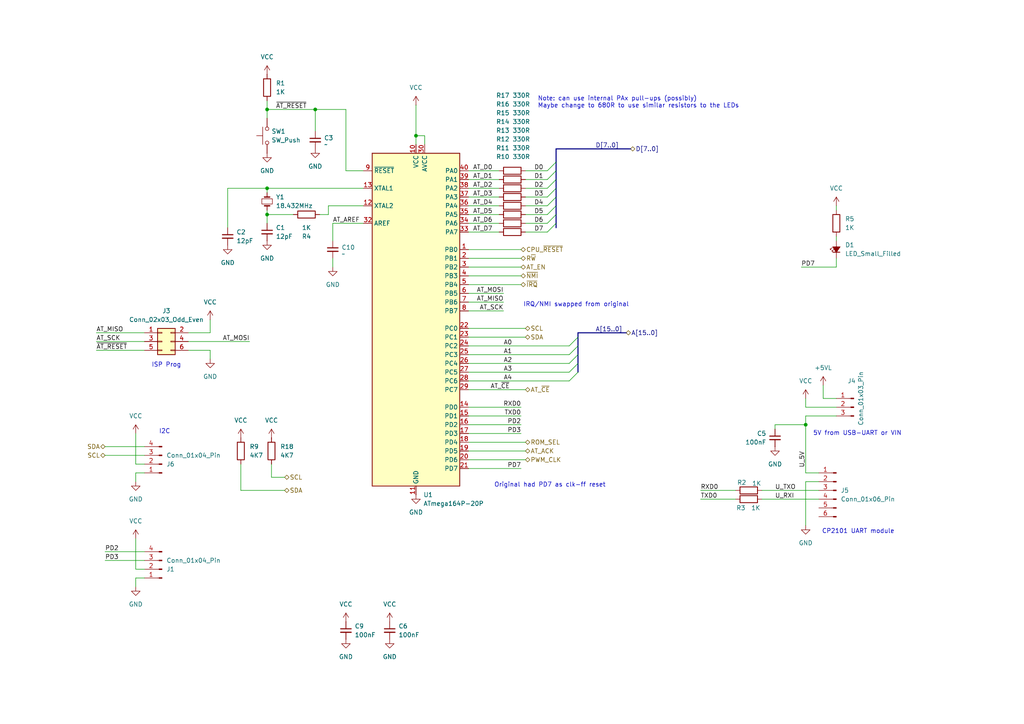
<source format=kicad_sch>
(kicad_sch (version 20250114) (generator "eeschema") (generator_version "9.0")
  (paper "A4")
  (title_block (title "6502 ATTY1") (date "2025-12-16") (rev "2") (comment 1 "© 2025 Ben Dooks"))
  (lib_symbols
    (symbol "Connector:Conn_01x03_Pin" (pin_names (offset 1.016) (hide yes))
      (property "Reference" "J" (at 0 5.08 0))
      (property "Value" "Conn_01x03_Pin" (at 0 -5.08 0))
      (symbol "Conn_01x03_Pin_1_1"
        (rectangle (start 0.8636 2.667) (end 0 2.413) (stroke (width 0.1524)) (fill (type outline)))
        (rectangle (start 0.8636 0.127) (end 0 -0.127) (stroke (width 0.1524)) (fill (type outline)))
        (rectangle (start 0.8636 -2.413) (end 0 -2.667) (stroke (width 0.1524)) (fill (type outline)))
        (polyline (pts (xy 1.27 2.54) (xy 0.8636 2.54)) (stroke (width 0.1524)))
        (polyline (pts (xy 1.27 0) (xy 0.8636 0)) (stroke (width 0.1524)))
        (polyline (pts (xy 1.27 -2.54) (xy 0.8636 -2.54)) (stroke (width 0.1524)))
        (pin passive line (at 5.08 2.54 180) (length 3.81) (name "Pin_1") (number "1"))
        (pin passive line (at 5.08 0 180) (length 3.81) (name "Pin_2") (number "2"))
        (pin passive line (at 5.08 -2.54 180) (length 3.81) (name "Pin_3") (number "3"))
      )
    )
    (symbol "Connector:Conn_01x04_Pin" (pin_names (offset 1.016) (hide yes))
      (property "Reference" "J" (at 0 5.08 0))
      (property "Value" "Conn_01x04_Pin" (at 0 -7.62 0))
      (symbol "Conn_01x04_Pin_1_1"
        (rectangle (start 0.8636 2.667) (end 0 2.413) (stroke (width 0.1524)) (fill (type outline)))
        (rectangle (start 0.8636 0.127) (end 0 -0.127) (stroke (width 0.1524)) (fill (type outline)))
        (rectangle (start 0.8636 -2.413) (end 0 -2.667) (stroke (width 0.1524)) (fill (type outline)))
        (rectangle (start 0.8636 -4.953) (end 0 -5.207) (stroke (width 0.1524)) (fill (type outline)))
        (polyline (pts (xy 1.27 2.54) (xy 0.8636 2.54)) (stroke (width 0.1524)))
        (polyline (pts (xy 1.27 0) (xy 0.8636 0)) (stroke (width 0.1524)))
        (polyline (pts (xy 1.27 -2.54) (xy 0.8636 -2.54)) (stroke (width 0.1524)))
        (polyline (pts (xy 1.27 -5.08) (xy 0.8636 -5.08)) (stroke (width 0.1524)))
        (pin passive line (at 5.08 2.54 180) (length 3.81) (name "Pin_1") (number "1"))
        (pin passive line (at 5.08 0 180) (length 3.81) (name "Pin_2") (number "2"))
        (pin passive line (at 5.08 -2.54 180) (length 3.81) (name "Pin_3") (number "3"))
        (pin passive line (at 5.08 -5.08 180) (length 3.81) (name "Pin_4") (number "4"))
      )
    )
    (symbol "Connector:Conn_01x06_Pin" (pin_names (offset 1.016) (hide yes))
      (property "Reference" "J" (at 0 7.62 0))
      (property "Value" "Conn_01x06_Pin" (at 0 -10.16 0))
      (symbol "Conn_01x06_Pin_1_1"
        (rectangle (start 0.8636 5.207) (end 0 4.953) (stroke (width 0.1524)) (fill (type outline)))
        (rectangle (start 0.8636 2.667) (end 0 2.413) (stroke (width 0.1524)) (fill (type outline)))
        (rectangle (start 0.8636 0.127) (end 0 -0.127) (stroke (width 0.1524)) (fill (type outline)))
        (rectangle (start 0.8636 -2.413) (end 0 -2.667) (stroke (width 0.1524)) (fill (type outline)))
        (rectangle (start 0.8636 -4.953) (end 0 -5.207) (stroke (width 0.1524)) (fill (type outline)))
        (rectangle (start 0.8636 -7.493) (end 0 -7.747) (stroke (width 0.1524)) (fill (type outline)))
        (polyline (pts (xy 1.27 5.08) (xy 0.8636 5.08)) (stroke (width 0.1524)))
        (polyline (pts (xy 1.27 2.54) (xy 0.8636 2.54)) (stroke (width 0.1524)))
        (polyline (pts (xy 1.27 0) (xy 0.8636 0)) (stroke (width 0.1524)))
        (polyline (pts (xy 1.27 -2.54) (xy 0.8636 -2.54)) (stroke (width 0.1524)))
        (polyline (pts (xy 1.27 -5.08) (xy 0.8636 -5.08)) (stroke (width 0.1524)))
        (polyline (pts (xy 1.27 -7.62) (xy 0.8636 -7.62)) (stroke (width 0.1524)))
        (pin passive line (at 5.08 5.08 180) (length 3.81) (name "Pin_1") (number "1"))
        (pin passive line (at 5.08 2.54 180) (length 3.81) (name "Pin_2") (number "2"))
        (pin passive line (at 5.08 0 180) (length 3.81) (name "Pin_3") (number "3"))
        (pin passive line (at 5.08 -2.54 180) (length 3.81) (name "Pin_4") (number "4"))
        (pin passive line (at 5.08 -5.08 180) (length 3.81) (name "Pin_5") (number "5"))
        (pin passive line (at 5.08 -7.62 180) (length 3.81) (name "Pin_6") (number "6"))
      )
    )
    (symbol "Connector_Generic:Conn_02x03_Odd_Even" (pin_names (offset 1.016) (hide yes))
      (property "Reference" "J" (at 1.27 5.08 0))
      (property "Value" "Conn_02x03_Odd_Even" (at 1.27 -5.08 0))
      (symbol "Conn_02x03_Odd_Even_1_1"
        (rectangle (start -1.27 3.81) (end 3.81 -3.81) (stroke (width 0.254)) (fill (type background)))
        (rectangle (start -1.27 2.667) (end 0 2.413) (stroke (width 0.1524)))
        (rectangle (start -1.27 0.127) (end 0 -0.127) (stroke (width 0.1524)))
        (rectangle (start -1.27 -2.413) (end 0 -2.667) (stroke (width 0.1524)))
        (rectangle (start 3.81 2.667) (end 2.54 2.413) (stroke (width 0.1524)))
        (rectangle (start 3.81 0.127) (end 2.54 -0.127) (stroke (width 0.1524)))
        (rectangle (start 3.81 -2.413) (end 2.54 -2.667) (stroke (width 0.1524)))
        (pin passive line (at -5.08 2.54 0) (length 3.81) (name "Pin_1") (number "1"))
        (pin passive line (at -5.08 0 0) (length 3.81) (name "Pin_3") (number "3"))
        (pin passive line (at -5.08 -2.54 0) (length 3.81) (name "Pin_5") (number "5"))
        (pin passive line (at 7.62 2.54 180) (length 3.81) (name "Pin_2") (number "2"))
        (pin passive line (at 7.62 0 180) (length 3.81) (name "Pin_4") (number "4"))
        (pin passive line (at 7.62 -2.54 180) (length 3.81) (name "Pin_6") (number "6"))
      )
    )
    (symbol "Device:C_Small" (pin_numbers (hide yes)) (pin_names (offset 0.254) (hide yes))
      (property "Reference" "C" (at 0.254 1.778 0))
      (property "Value" "C_Small" (at 0.254 -2.032 0))
      (symbol "C_Small_0_1"
        (polyline (pts (xy -1.524 0.508) (xy 1.524 0.508)) (stroke (width 0.3048)))
        (polyline (pts (xy -1.524 -0.508) (xy 1.524 -0.508)) (stroke (width 0.3302)))
      )
      (symbol "C_Small_1_1"
        (pin passive line (at 0 2.54 270) (length 2.032) (name "~") (number "1"))
        (pin passive line (at 0 -2.54 90) (length 2.032) (name "~") (number "2"))
      )
    )
    (symbol "Device:Crystal_Small" (pin_numbers (hide yes)) (pin_names (offset 1.016) (hide yes))
      (property "Reference" "Y" (at 0 2.54 0))
      (property "Value" "Crystal_Small" (at 0 -2.54 0))
      (symbol "Crystal_Small_0_1"
        (polyline (pts (xy -1.27 -0.762) (xy -1.27 0.762)) (stroke (width 0.381)))
        (rectangle (start -0.762 -1.524) (end 0.762 1.524))
        (polyline (pts (xy 1.27 -0.762) (xy 1.27 0.762)) (stroke (width 0.381)))
      )
      (symbol "Crystal_Small_1_1"
        (pin passive line (at -2.54 0 0) (length 1.27) (name "1") (number "1"))
        (pin passive line (at 2.54 0 180) (length 1.27) (name "2") (number "2"))
      )
    )
    (symbol "Device:LED_Small_Filled" (pin_numbers (hide yes)) (pin_names (offset 0.254) (hide yes))
      (property "Reference" "D" (at -1.27 3.175 0))
      (property "Value" "LED_Small_Filled" (at -4.445 -2.54 0))
      (symbol "LED_Small_Filled_0_1"
        (polyline (pts (xy -0.762 -1.016) (xy -0.762 1.016)) (stroke (width 0.254)))
        (polyline (pts (xy 0 0.762) (xy -0.508 1.27) (xy -0.254 1.27) (xy -0.508 1.27) (xy -0.508 1.016)))
        (polyline (pts (xy 0.508 1.27) (xy 0 1.778) (xy 0.254 1.778) (xy 0 1.778) (xy 0 1.524)))
        (polyline (pts (xy 0.762 -1.016) (xy -0.762 0) (xy 0.762 1.016) (xy 0.762 -1.016)) (stroke (width 0.254)) (fill (type outline)))
        (polyline (pts (xy 1.016 0) (xy -0.762 0)))
      )
      (symbol "LED_Small_Filled_1_1"
        (pin passive line (at -2.54 0 0) (length 1.778) (name "K") (number "1"))
        (pin passive line (at 2.54 0 180) (length 1.778) (name "A") (number "2"))
      )
    )
    (symbol "Device:R" (pin_numbers (hide yes)) (pin_names (offset 0))
      (property "Reference" "R" (at 2.032 0 90))
      (property "Value" "R" (at 0 0 90))
      (symbol "R_0_1"
        (rectangle (start -1.016 -2.54) (end 1.016 2.54) (stroke (width 0.254)))
      )
      (symbol "R_1_1"
        (pin passive line (at 0 3.81 270) (length 1.27) (name "~") (number "1"))
        (pin passive line (at 0 -3.81 90) (length 1.27) (name "~") (number "2"))
      )
    )
    (symbol "MCU_Microchip_ATmega:ATmega164P-20P"
      (property "Reference" "U" (at -12.7 49.53 0))
      (property "Value" "ATmega164P-20P" (at 2.54 -49.53 0))
      (symbol "ATmega164P-20P_0_1"
        (rectangle (start -12.7 -48.26) (end 12.7 48.26) (stroke (width 0.254)) (fill (type background)))
      )
      (symbol "ATmega164P-20P_1_1"
        (pin input line (at -15.24 43.18 0) (length 2.54) (name "~{RESET}") (number "9"))
        (pin input line (at -15.24 38.1 0) (length 2.54) (name "XTAL1") (number "13"))
        (pin output line (at -15.24 33.02 0) (length 2.54) (name "XTAL2") (number "12"))
        (pin passive line (at -15.24 27.94 0) (length 2.54) (name "AREF") (number "32"))
        (pin power_in line (at 0 50.8 270) (length 2.54) (name "VCC") (number "10"))
        (pin power_in line (at 0 -50.8 90) (length 2.54) (name "GND") (number "11"))
        (pin passive line (at 0 -50.8 90) (length 2.54) (hide yes) (name "GND") (number "31"))
        (pin power_in line (at 2.54 50.8 270) (length 2.54) (name "AVCC") (number "30"))
        (pin bidirectional line (at 15.24 43.18 180) (length 2.54) (name "PA0") (number "40"))
        (pin bidirectional line (at 15.24 40.64 180) (length 2.54) (name "PA1") (number "39"))
        (pin bidirectional line (at 15.24 38.1 180) (length 2.54) (name "PA2") (number "38"))
        (pin bidirectional line (at 15.24 35.56 180) (length 2.54) (name "PA3") (number "37"))
        (pin bidirectional line (at 15.24 33.02 180) (length 2.54) (name "PA4") (number "36"))
        (pin bidirectional line (at 15.24 30.48 180) (length 2.54) (name "PA5") (number "35"))
        (pin bidirectional line (at 15.24 27.94 180) (length 2.54) (name "PA6") (number "34"))
        (pin bidirectional line (at 15.24 25.4 180) (length 2.54) (name "PA7") (number "33"))
        (pin bidirectional line (at 15.24 20.32 180) (length 2.54) (name "PB0") (number "1"))
        (pin bidirectional line (at 15.24 17.78 180) (length 2.54) (name "PB1") (number "2"))
        (pin bidirectional line (at 15.24 15.24 180) (length 2.54) (name "PB2") (number "3"))
        (pin bidirectional line (at 15.24 12.7 180) (length 2.54) (name "PB3") (number "4"))
        (pin bidirectional line (at 15.24 10.16 180) (length 2.54) (name "PB4") (number "5"))
        (pin bidirectional line (at 15.24 7.62 180) (length 2.54) (name "PB5") (number "6"))
        (pin bidirectional line (at 15.24 5.08 180) (length 2.54) (name "PB6") (number "7"))
        (pin bidirectional line (at 15.24 2.54 180) (length 2.54) (name "PB7") (number "8"))
        (pin bidirectional line (at 15.24 -2.54 180) (length 2.54) (name "PC0") (number "22"))
        (pin bidirectional line (at 15.24 -5.08 180) (length 2.54) (name "PC1") (number "23"))
        (pin bidirectional line (at 15.24 -7.62 180) (length 2.54) (name "PC2") (number "24"))
        (pin bidirectional line (at 15.24 -10.16 180) (length 2.54) (name "PC3") (number "25"))
        (pin bidirectional line (at 15.24 -12.7 180) (length 2.54) (name "PC4") (number "26"))
        (pin bidirectional line (at 15.24 -15.24 180) (length 2.54) (name "PC5") (number "27"))
        (pin bidirectional line (at 15.24 -17.78 180) (length 2.54) (name "PC6") (number "28"))
        (pin bidirectional line (at 15.24 -20.32 180) (length 2.54) (name "PC7") (number "29"))
        (pin bidirectional line (at 15.24 -25.4 180) (length 2.54) (name "PD0") (number "14"))
        (pin bidirectional line (at 15.24 -27.94 180) (length 2.54) (name "PD1") (number "15"))
        (pin bidirectional line (at 15.24 -30.48 180) (length 2.54) (name "PD2") (number "16"))
        (pin bidirectional line (at 15.24 -33.02 180) (length 2.54) (name "PD3") (number "17"))
        (pin bidirectional line (at 15.24 -35.56 180) (length 2.54) (name "PD4") (number "18"))
        (pin bidirectional line (at 15.24 -38.1 180) (length 2.54) (name "PD5") (number "19"))
        (pin bidirectional line (at 15.24 -40.64 180) (length 2.54) (name "PD6") (number "20"))
        (pin bidirectional line (at 15.24 -43.18 180) (length 2.54) (name "PD7") (number "21"))
      )
    )
    (symbol "Switch:SW_Push" (pin_numbers (hide yes)) (pin_names (offset 1.016) (hide yes))
      (property "Reference" "SW" (at 1.27 2.54 0))
      (property "Value" "SW_Push" (at 0 -1.524 0))
      (symbol "SW_Push_0_1"
        (circle (center -2.032 0) (radius 0.508))
        (polyline (pts (xy 0 1.27) (xy 0 3.048)))
        (circle (center 2.032 0) (radius 0.508))
        (polyline (pts (xy 2.54 1.27) (xy -2.54 1.27)))
        (pin passive line (at -5.08 0 0) (length 2.54) (name "1") (number "1"))
        (pin passive line (at 5.08 0 180) (length 2.54) (name "2") (number "2"))
      )
    )
    (symbol "power:+5VL" (power) (pin_numbers (hide yes)) (pin_names (offset 0) (hide yes))
      (property "Value" "+5VL" (at 0 3.556 0))
      (symbol "+5VL_0_1"
        (polyline (pts (xy -0.762 1.27) (xy 0 2.54)))
        (polyline (pts (xy 0 2.54) (xy 0.762 1.27)))
        (polyline (pts (xy 0 0) (xy 0 2.54)))
      )
      (symbol "+5VL_1_1"
        (pin power_in line (at 0 0 90) (length 0) (name "~") (number "1"))
      )
    )
    (symbol "power:GND" (power) (pin_numbers (hide yes)) (pin_names (offset 0) (hide yes))
      (property "Value" "GND" (at 0 -3.81 0))
      (symbol "GND_0_1"
        (polyline (pts (xy 0 0) (xy 0 -1.27) (xy 1.27 -1.27) (xy 0 -2.54) (xy -1.27 -1.27) (xy 0 -1.27)))
      )
      (symbol "GND_1_1"
        (pin power_in line (at 0 0 270) (length 0) (name "~") (number "1"))
      )
    )
    (symbol "power:VCC" (power) (pin_numbers (hide yes)) (pin_names (offset 0) (hide yes))
      (property "Value" "VCC" (at 0 3.556 0))
      (symbol "VCC_0_1"
        (polyline (pts (xy -0.762 1.27) (xy 0 2.54)))
        (polyline (pts (xy 0 2.54) (xy 0.762 1.27)))
        (polyline (pts (xy 0 0) (xy 0 2.54)))
      )
      (symbol "VCC_1_1"
        (pin power_in line (at 0 0 90) (length 0) (name "~") (number "1"))
      )
    )
  )
  (text "ISP Prog" (at 48.26 105.918 0) (effects (font (size 1.27 1.27))))
  (text "I2C\n" (at 47.752 125.222 0) (effects (font (size 1.27 1.27))))
  (text "5V from USB-UART or VIN" (at 248.666 125.73 0) (effects (font (size 1.27 1.27))))
  (text "Original had PD7 as clk-ff reset" (at 159.512 140.716 0) (effects (font (size 1.27 1.27))))
  (text "IRQ/NMI swapped from original\n" (at 167.132 88.392 0) (effects (font (size 1.27 1.27))))
  (text "Note: can use internal PAx pull-ups (possibly)\nMaybe change to 680R to use similar resistors to the LEDs" (at 155.956 29.718 0) (effects (font (size 1.27 1.27)) (justify left)))
  (text "CP2101 UART module" (at 248.92 154.178 0) (effects (font (size 1.27 1.27))))
  (junction (at 120.65 39.37))
  (junction (at 77.47 62.23))
  (junction (at 91.44 31.75))
  (junction (at 77.47 54.61))
  (junction (at 77.47 31.75))
  (junction (at 233.68 123.19))
  (bus_entry (at 161.29 62.23) (size -2.54 2.54))
  (bus_entry (at 161.29 57.15) (size -2.54 2.54))
  (bus_entry (at 161.29 59.69) (size -2.54 2.54))
  (bus_entry (at 161.29 52.07) (size -2.54 2.54))
  (bus_entry (at 161.29 64.77) (size -2.54 2.54))
  (bus_entry (at 167.64 107.95) (size -2.54 2.54))
  (bus_entry (at 167.64 97.79) (size -2.54 2.54))
  (bus_entry (at 167.64 102.87) (size -2.54 2.54))
  (bus_entry (at 161.29 54.61) (size -2.54 2.54))
  (bus_entry (at 167.64 100.33) (size -2.54 2.54))
  (bus_entry (at 161.29 49.53) (size -2.54 2.54))
  (bus_entry (at 161.29 46.99) (size -2.54 2.54))
  (bus_entry (at 167.64 105.41) (size -2.54 2.54))
  (wire (pts (xy 105.41 59.69) (xy 95.25 59.69)))
  (wire (pts (xy 100.33 49.53) (xy 100.33 31.75)))
  (wire (pts (xy 96.52 64.77) (xy 96.52 69.85)))
  (wire (pts (xy 135.89 135.89) (xy 151.13 135.89)))
  (wire (pts (xy 77.47 54.61) (xy 66.04 54.61)))
  (wire (pts (xy 135.89 62.23) (xy 144.78 62.23)))
  (wire (pts (xy 233.68 123.19) (xy 233.68 137.16)))
  (wire (pts (xy 135.89 67.31) (xy 144.78 67.31)))
  (wire (pts (xy 135.89 97.79) (xy 152.4 97.79)))
  (wire (pts (xy 135.89 49.53) (xy 144.78 49.53)))
  (wire (pts (xy 41.91 137.16) (xy 39.37 137.16)))
  (wire (pts (xy 135.89 102.87) (xy 165.1 102.87)))
  (wire (pts (xy 135.89 128.27) (xy 152.4 128.27)))
  (wire (pts (xy 60.96 96.52) (xy 54.61 96.52)))
  (wire (pts (xy 242.57 115.57) (xy 238.76 115.57)))
  (wire (pts (xy 123.19 41.91) (xy 123.19 39.37)))
  (wire (pts (xy 39.37 165.1) (xy 39.37 156.21)))
  (wire (pts (xy 135.89 123.19) (xy 151.13 123.19)))
  (wire (pts (xy 242.57 59.69) (xy 242.57 60.96)))
  (wire (pts (xy 41.91 167.64) (xy 39.37 167.64)))
  (wire (pts (xy 242.57 68.58) (xy 242.57 69.85)))
  (wire (pts (xy 39.37 167.64) (xy 39.37 170.18)))
  (wire (pts (xy 105.41 54.61) (xy 77.47 54.61)))
  (wire (pts (xy 120.65 39.37) (xy 120.65 41.91)))
  (wire (pts (xy 152.4 59.69) (xy 158.75 59.69)))
  (wire (pts (xy 135.89 95.25) (xy 152.4 95.25)))
  (wire (pts (xy 135.89 110.49) (xy 165.1 110.49)))
  (wire (pts (xy 39.37 134.62) (xy 39.37 125.73)))
  (wire (pts (xy 135.89 133.35) (xy 152.4 133.35)))
  (wire (pts (xy 152.4 54.61) (xy 158.75 54.61)))
  (wire (pts (xy 78.74 138.43) (xy 78.74 134.62)))
  (wire (pts (xy 27.94 99.06) (xy 41.91 99.06)))
  (wire (pts (xy 123.19 39.37) (xy 120.65 39.37)))
  (wire (pts (xy 152.4 62.23) (xy 158.75 62.23)))
  (wire (pts (xy 220.98 144.78) (xy 237.49 144.78)))
  (wire (pts (xy 105.41 64.77) (xy 96.52 64.77)))
  (wire (pts (xy 242.57 118.11) (xy 233.68 118.11)))
  (wire (pts (xy 91.44 31.75) (xy 100.33 31.75)))
  (wire (pts (xy 41.91 165.1) (xy 39.37 165.1)))
  (bus (pts (xy 167.64 96.52) (xy 167.64 97.79)))
  (wire (pts (xy 152.4 57.15) (xy 158.75 57.15)))
  (wire (pts (xy 135.89 120.65) (xy 151.13 120.65)))
  (wire (pts (xy 135.89 82.55) (xy 151.13 82.55)))
  (bus (pts (xy 161.29 43.18) (xy 182.88 43.18)))
  (wire (pts (xy 82.55 138.43) (xy 78.74 138.43)))
  (wire (pts (xy 135.89 85.09) (xy 146.05 85.09)))
  (wire (pts (xy 152.4 67.31) (xy 158.75 67.31)))
  (wire (pts (xy 135.89 54.61) (xy 144.78 54.61)))
  (wire (pts (xy 242.57 120.65) (xy 233.68 120.65)))
  (bus (pts (xy 161.29 46.99) (xy 161.29 49.53)))
  (wire (pts (xy 233.68 123.19) (xy 224.79 123.19)))
  (wire (pts (xy 30.48 162.56) (xy 41.91 162.56)))
  (bus (pts (xy 167.64 96.52) (xy 181.61 96.52)))
  (wire (pts (xy 135.89 80.01) (xy 151.13 80.01)))
  (wire (pts (xy 135.89 105.41) (xy 165.1 105.41)))
  (wire (pts (xy 60.96 92.71) (xy 60.96 96.52)))
  (wire (pts (xy 82.55 142.24) (xy 69.85 142.24)))
  (wire (pts (xy 203.2 142.24) (xy 213.36 142.24)))
  (wire (pts (xy 66.04 54.61) (xy 66.04 66.04)))
  (bus (pts (xy 161.29 62.23) (xy 161.29 64.77)))
  (bus (pts (xy 161.29 64.77) (xy 161.29 66.04)))
  (wire (pts (xy 233.68 139.7) (xy 233.68 152.4)))
  (wire (pts (xy 100.33 49.53) (xy 105.41 49.53)))
  (bus (pts (xy 161.29 52.07) (xy 161.29 54.61)))
  (bus (pts (xy 161.29 57.15) (xy 161.29 59.69)))
  (wire (pts (xy 41.91 134.62) (xy 39.37 134.62)))
  (wire (pts (xy 135.89 107.95) (xy 165.1 107.95)))
  (wire (pts (xy 135.89 57.15) (xy 144.78 57.15)))
  (wire (pts (xy 30.48 129.54) (xy 41.91 129.54)))
  (bus (pts (xy 167.64 100.33) (xy 167.64 102.87)))
  (wire (pts (xy 135.89 100.33) (xy 165.1 100.33)))
  (wire (pts (xy 233.68 120.65) (xy 233.68 123.19)))
  (wire (pts (xy 96.52 74.93) (xy 96.52 77.47)))
  (wire (pts (xy 135.89 77.47) (xy 151.13 77.47)))
  (wire (pts (xy 54.61 99.06) (xy 72.39 99.06)))
  (wire (pts (xy 135.89 64.77) (xy 144.78 64.77)))
  (wire (pts (xy 144.78 59.69) (xy 135.89 59.69)))
  (wire (pts (xy 232.41 77.47) (xy 242.57 77.47)))
  (wire (pts (xy 30.48 132.08) (xy 41.91 132.08)))
  (wire (pts (xy 135.89 90.17) (xy 146.05 90.17)))
  (wire (pts (xy 233.68 115.57) (xy 233.68 118.11)))
  (wire (pts (xy 120.65 30.48) (xy 120.65 39.37)))
  (wire (pts (xy 77.47 60.96) (xy 77.47 62.23)))
  (wire (pts (xy 54.61 101.6) (xy 60.96 101.6)))
  (bus (pts (xy 161.29 54.61) (xy 161.29 57.15)))
  (wire (pts (xy 27.94 101.6) (xy 41.91 101.6)))
  (wire (pts (xy 92.71 62.23) (xy 95.25 62.23)))
  (wire (pts (xy 135.89 87.63) (xy 146.05 87.63)))
  (wire (pts (xy 152.4 64.77) (xy 158.75 64.77)))
  (wire (pts (xy 237.49 139.7) (xy 233.68 139.7)))
  (wire (pts (xy 27.94 96.52) (xy 41.91 96.52)))
  (wire (pts (xy 60.96 101.6) (xy 60.96 104.14)))
  (bus (pts (xy 161.29 43.18) (xy 161.29 46.99)))
  (wire (pts (xy 135.89 113.03) (xy 152.4 113.03)))
  (wire (pts (xy 152.4 52.07) (xy 158.75 52.07)))
  (wire (pts (xy 77.47 62.23) (xy 77.47 64.77)))
  (bus (pts (xy 161.29 49.53) (xy 161.29 52.07)))
  (bus (pts (xy 161.29 59.69) (xy 161.29 62.23)))
  (wire (pts (xy 135.89 72.39) (xy 151.13 72.39)))
  (wire (pts (xy 135.89 52.07) (xy 144.78 52.07)))
  (wire (pts (xy 77.47 31.75) (xy 77.47 34.29)))
  (wire (pts (xy 77.47 54.61) (xy 77.47 55.88)))
  (wire (pts (xy 135.89 118.11) (xy 151.13 118.11)))
  (wire (pts (xy 39.37 137.16) (xy 39.37 139.7)))
  (wire (pts (xy 242.57 74.93) (xy 242.57 77.47)))
  (wire (pts (xy 69.85 142.24) (xy 69.85 134.62)))
  (bus (pts (xy 167.64 97.79) (xy 167.64 100.33)))
  (bus (pts (xy 167.64 105.41) (xy 167.64 107.95)))
  (wire (pts (xy 30.48 160.02) (xy 41.91 160.02)))
  (wire (pts (xy 77.47 31.75) (xy 91.44 31.75)))
  (wire (pts (xy 77.47 31.75) (xy 77.47 29.21)))
  (wire (pts (xy 95.25 59.69) (xy 95.25 62.23)))
  (wire (pts (xy 135.89 125.73) (xy 151.13 125.73)))
  (wire (pts (xy 152.4 49.53) (xy 158.75 49.53)))
  (wire (pts (xy 135.89 130.81) (xy 152.4 130.81)))
  (wire (pts (xy 220.98 142.24) (xy 237.49 142.24)))
  (wire (pts (xy 224.79 123.19) (xy 224.79 124.46)))
  (bus (pts (xy 167.64 102.87) (xy 167.64 105.41)))
  (wire (pts (xy 135.89 74.93) (xy 151.13 74.93)))
  (wire (pts (xy 77.47 62.23) (xy 85.09 62.23)))
  (wire (pts (xy 91.44 31.75) (xy 91.44 38.1)))
  (wire (pts (xy 238.76 115.57) (xy 238.76 111.76)))
  (wire (pts (xy 203.2 144.78) (xy 213.36 144.78)))
  (wire (pts (xy 237.49 137.16) (xy 233.68 137.16)))
  (label "AT_D1" (at 137.16 52.07 0))
  (label "D5" (at 154.94 62.23 0))
  (label "AT_MOSI" (at 72.39 99.06 180))
  (label "PD7" (at 232.41 77.47 0))
  (label "PD2" (at 151.13 123.19 180))
  (label "PD3" (at 30.48 162.56 0))
  (label "AT_D0" (at 137.16 49.53 0))
  (label "A0" (at 146.05 100.33 0))
  (label "A2" (at 146.05 105.41 0))
  (label "TXD0" (at 151.13 120.65 180))
  (label "PD2" (at 30.48 160.02 0))
  (label "AT_MISO" (at 146.05 87.63 180))
  (label "D3" (at 154.94 57.15 0))
  (label "U_5V" (at 233.68 130.81 270))
  (label "AT_~{CE}" (at 142.24 113.03 0))
  (label "AT_D7" (at 137.16 67.31 0))
  (label "A[15..0]" (at 172.72 96.52 0))
  (label "A1" (at 146.05 102.87 0))
  (label "AT_SCK" (at 146.05 90.17 180))
  (label "A3" (at 146.05 107.95 0))
  (label "AT_MOSI" (at 146.05 85.09 180))
  (label "RXD0" (at 151.13 118.11 180))
  (label "TXD0" (at 203.2 144.78 0))
  (label "D0" (at 154.94 49.53 0))
  (label "~{AT_RESET}" (at 80.01 31.75 0))
  (label "D2" (at 154.94 54.61 0))
  (label "U_TXO" (at 224.79 142.24 0))
  (label "D7" (at 154.94 67.31 0))
  (label "PD3" (at 151.13 125.73 180))
  (label "D1" (at 154.94 52.07 0))
  (label "D[7..0]" (at 172.72 43.18 0))
  (label "D4" (at 154.94 59.69 0))
  (label "AT_D2" (at 137.16 54.61 0))
  (label "A4" (at 146.05 110.49 0))
  (label "AT_MISO" (at 27.94 96.52 0))
  (label "U_RXI" (at 224.79 144.78 0))
  (label "AT_SCK" (at 27.94 99.06 0))
  (label "RXD0" (at 203.2 142.24 0))
  (label "D6" (at 154.94 64.77 0))
  (label "AT_AREF" (at 96.52 64.77 0))
  (label "~{AT_RESET}" (at 27.94 101.6 0))
  (label "AT_D3" (at 137.16 57.15 0))
  (label "AT_D4" (at 137.16 59.69 0))
  (label "PD7" (at 151.13 135.89 180))
  (label "AT_D5" (at 137.16 62.23 0))
  (label "AT_D6" (at 137.16 64.77 0))
  (hierarchical_label "~{NMI}" (shape bidirectional) (at 151.13 80.01 0))
  (hierarchical_label "SCL" (shape bidirectional) (at 82.55 138.43 0))
  (hierarchical_label "SCL" (shape bidirectional) (at 30.48 132.08 180))
  (hierarchical_label "SDA" (shape bidirectional) (at 30.48 129.54 180))
  (hierarchical_label "CPU_~{RESET}" (shape bidirectional) (at 151.13 72.39 0))
  (hierarchical_label "A[15..0]" (shape bidirectional) (at 181.61 96.52 0))
  (hierarchical_label "SCL" (shape bidirectional) (at 152.4 95.25 0))
  (hierarchical_label "R~{W}" (shape bidirectional) (at 151.13 74.93 0))
  (hierarchical_label "AT_ACK" (shape bidirectional) (at 152.4 130.81 0))
  (hierarchical_label "D[7..0]" (shape bidirectional) (at 182.88 43.18 0))
  (hierarchical_label "~{IRQ}" (shape bidirectional) (at 151.13 82.55 0))
  (hierarchical_label "AT_EN" (shape bidirectional) (at 151.13 77.47 0))
  (hierarchical_label "PWM_CLK" (shape bidirectional) (at 152.4 133.35 0))
  (hierarchical_label "ROM_SEL" (shape bidirectional) (at 152.4 128.27 0))
  (hierarchical_label "SDA" (shape bidirectional) (at 82.55 142.24 0))
  (hierarchical_label "SDA" (shape bidirectional) (at 152.4 97.79 0))
  (hierarchical_label "AT_~{CE}" (shape bidirectional) (at 152.4 113.03 0))
  (symbol (lib_id "Switch:SW_Push") (at 77.47 39.37 90) (unit 1)
    (property "Reference" "SW1" (at 78.74 38.0999 90) (effects (justify right)))
    (property "Value" "SW_Push" (at 78.74 40.6399 90) (effects (justify right)))
    (property "Footprint" "Button_Switch_THT:SW_TH_Tactile_Omron_B3F-10xx" (effects (hide yes)))
    (property "Description" "Push button switch, generic, two pins" (effects (hide yes)))
  )
  (symbol (lib_id "power:GND") (at 60.96 104.14 0) (unit 1)
    (property "Reference" "#PWR014" (effects (hide yes)))
    (property "Value" "GND" (at 60.96 109.22 0))
    (property "Description" "Power symbol creates a global label with name \"GND\" , ground" (effects (hide yes)))
  )
  (symbol (lib_id "Connector:Conn_01x04_Pin") (at 46.99 134.62 180) (unit 1)
    (property "Reference" "J6" (at 48.26 134.6201 0) (effects (justify right)))
    (property "Value" "Conn_01x04_Pin" (at 48.26 132.0801 0) (effects (justify right)))
    (property "Footprint" "Connector_PinSocket_2.54mm:PinSocket_1x04_P2.54mm_Vertical" (effects (hide yes)))
    (property "Description" "Generic connector, single row, 01x04, script generated" (effects (hide yes)))
  )
  (symbol (lib_id "Device:C_Small") (at 100.33 182.88 0) (unit 1)
    (property "Reference" "C9" (at 102.87 181.6162 0) (effects (justify left)))
    (property "Value" "100nF" (at 102.87 184.1562 0) (effects (justify left)))
    (property "Footprint" "Capacitor_THT:C_Disc_D4.3mm_W1.9mm_P5.00mm" (effects (hide yes)))
    (property "Description" "Unpolarized capacitor, small symbol" (effects (hide yes)))
  )
  (symbol (lib_id "power:GND") (at 66.04 71.12 0) (unit 1)
    (property "Reference" "#PWR015" (effects (hide yes)))
    (property "Value" "GND" (at 66.04 76.2 0))
    (property "Description" "Power symbol creates a global label with name \"GND\" , ground" (effects (hide yes)))
  )
  (symbol (lib_id "Connector:Conn_01x06_Pin") (at 242.57 142.24 0) (mirror y) (unit 1)
    (property "Reference" "J5" (at 243.84 142.2399 0) (effects (justify right)))
    (property "Value" "Conn_01x06_Pin" (at 243.84 144.7799 0) (effects (justify right)))
    (property "Footprint" "Connector_PinHeader_2.54mm:PinHeader_1x06_P2.54mm_Vertical" (effects (hide yes)))
    (property "Description" "Generic connector, single row, 01x06, script generated" (effects (hide yes)))
  )
  (symbol (lib_id "power:GND") (at 96.52 77.47 0) (unit 1)
    (property "Reference" "#PWR042" (effects (hide yes)))
    (property "Value" "GND" (at 96.52 82.55 0))
    (property "Description" "Power symbol creates a global label with name \"GND\" , ground" (effects (hide yes)))
  )
  (symbol (lib_id "Device:R") (at 148.59 59.69 90) (unit 1)
    (property "Reference" "R13" (at 145.849 37.8383 90))
    (property "Value" "330R" (at 151.183 37.8383 90))
    (property "Footprint" "Resistor_THT:R_Axial_DIN0207_L6.3mm_D2.5mm_P10.16mm_Horizontal" (effects (hide yes)))
    (property "Description" "Resistor" (effects (hide yes)))
  )
  (symbol (lib_id "Device:R") (at 148.59 52.07 90) (unit 1)
    (property "Reference" "R16" (at 145.849 30.2183 90))
    (property "Value" "330R" (at 151.183 30.2183 90))
    (property "Footprint" "Resistor_THT:R_Axial_DIN0207_L6.3mm_D2.5mm_P10.16mm_Horizontal" (effects (hide yes)))
    (property "Description" "Resistor" (effects (hide yes)))
  )
  (symbol (lib_id "Device:C_Small") (at 77.47 67.31 0) (unit 1)
    (property "Reference" "C1" (at 80.01 66.0462 0) (effects (justify left)))
    (property "Value" "12pF" (at 80.01 68.5862 0) (effects (justify left)))
    (property "Footprint" "Capacitor_THT:C_Disc_D3.4mm_W2.1mm_P2.50mm" (effects (hide yes)))
    (property "Description" "Unpolarized capacitor, small symbol" (effects (hide yes)))
  )
  (symbol (lib_id "Device:R") (at 148.59 62.23 90) (unit 1)
    (property "Reference" "R12" (at 145.849 40.3783 90))
    (property "Value" "330R" (at 151.183 40.3783 90))
    (property "Footprint" "Resistor_THT:R_Axial_DIN0207_L6.3mm_D2.5mm_P10.16mm_Horizontal" (effects (hide yes)))
    (property "Description" "Resistor" (effects (hide yes)))
  )
  (symbol (lib_id "Device:R") (at 242.57 64.77 0) (unit 1)
    (property "Reference" "R5" (at 245.11 63.4999 0) (effects (justify left)))
    (property "Value" "1K" (at 245.11 66.0399 0) (effects (justify left)))
    (property "Footprint" "Resistor_THT:R_Axial_DIN0207_L6.3mm_D2.5mm_P10.16mm_Horizontal" (effects (hide yes)))
    (property "Description" "Resistor" (effects (hide yes)))
  )
  (symbol (lib_id "power:VCC") (at 60.96 92.71 0) (unit 1)
    (property "Reference" "#PWR013" (effects (hide yes)))
    (property "Value" "VCC" (at 60.96 87.63 0))
    (property "Description" "Power symbol creates a global label with name \"VCC\"" (effects (hide yes)))
  )
  (symbol (lib_id "power:VCC") (at 39.37 156.21 0) (unit 1)
    (property "Reference" "#PWR0107" (effects (hide yes)))
    (property "Value" "VCC" (at 39.37 151.13 0))
    (property "Description" "Power symbol creates a global label with name \"VCC\"" (effects (hide yes)))
  )
  (symbol (lib_id "power:GND") (at 113.03 185.42 0) (unit 1)
    (property "Reference" "#PWR086" (effects (hide yes)))
    (property "Value" "GND" (at 113.03 190.5 0))
    (property "Description" "Power symbol creates a global label with name \"GND\" , ground" (effects (hide yes)))
  )
  (symbol (lib_id "power:GND") (at 233.68 152.4 0) (unit 1)
    (property "Reference" "#PWR096" (effects (hide yes)))
    (property "Value" "GND" (at 233.68 157.48 0))
    (property "Description" "Power symbol creates a global label with name \"GND\" , ground" (effects (hide yes)))
  )
  (symbol (lib_id "Device:R") (at 148.59 54.61 90) (unit 1)
    (property "Reference" "R15" (at 145.849 32.7583 90))
    (property "Value" "330R" (at 151.183 32.7583 90))
    (property "Footprint" "Resistor_THT:R_Axial_DIN0207_L6.3mm_D2.5mm_P10.16mm_Horizontal" (effects (hide yes)))
    (property "Description" "Resistor" (effects (hide yes)))
  )
  (symbol (lib_id "power:GND") (at 91.44 43.18 0) (unit 1)
    (property "Reference" "#PWR099" (effects (hide yes)))
    (property "Value" "GND" (at 91.44 48.26 0))
    (property "Description" "Power symbol creates a global label with name \"GND\" , ground" (effects (hide yes)))
  )
  (symbol (lib_id "power:VCC") (at 39.37 125.73 0) (unit 1)
    (property "Reference" "#PWR0106" (effects (hide yes)))
    (property "Value" "VCC" (at 39.37 120.65 0))
    (property "Description" "Power symbol creates a global label with name \"VCC\"" (effects (hide yes)))
  )
  (symbol (lib_id "Device:C_Small") (at 66.04 68.58 0) (unit 1)
    (property "Reference" "C2" (at 68.58 67.3162 0) (effects (justify left)))
    (property "Value" "12pF" (at 68.58 69.8562 0) (effects (justify left)))
    (property "Footprint" "Capacitor_THT:C_Disc_D3.4mm_W2.1mm_P2.50mm" (effects (hide yes)))
    (property "Description" "Unpolarized capacitor, small symbol" (effects (hide yes)))
  )
  (symbol (lib_id "power:GND") (at 39.37 139.7 0) (unit 1)
    (property "Reference" "#PWR0105" (effects (hide yes)))
    (property "Value" "GND" (at 39.37 144.78 0))
    (property "Description" "Power symbol creates a global label with name \"GND\" , ground" (effects (hide yes)))
  )
  (symbol (lib_id "power:VCC") (at 120.65 30.48 0) (unit 1)
    (property "Reference" "#PWR06" (effects (hide yes)))
    (property "Value" "VCC" (at 120.65 25.4 0))
    (property "Description" "Power symbol creates a global label with name \"VCC\"" (effects (hide yes)))
  )
  (symbol (lib_id "Device:R") (at 217.17 144.78 270) (mirror x) (unit 1)
    (property "Reference" "R3" (at 214.884 147.32 90))
    (property "Value" "1K" (at 219.202 147.32 90))
    (property "Footprint" "Resistor_THT:R_Axial_DIN0207_L6.3mm_D2.5mm_P10.16mm_Horizontal" (effects (hide yes)))
    (property "Description" "Resistor" (effects (hide yes)))
  )
  (symbol (lib_id "Connector_Generic:Conn_02x03_Odd_Even") (at 46.99 99.06 0) (unit 1)
    (property "Reference" "J3" (at 48.26 90.17 0))
    (property "Value" "Conn_02x03_Odd_Even" (at 48.26 92.71 0))
    (property "Footprint" "Connector_PinHeader_2.54mm:PinHeader_2x03_P2.54mm_Vertical" (effects (hide yes)))
    (property "Description" "Generic connector, double row, 02x03, odd/even pin numbering scheme (row 1 odd numbers, row 2 even numbers), script generated (kicad-library-utils/schlib/autogen/connector/)" (effects (hide yes)))
  )
  (symbol (lib_id "Device:R") (at 148.59 49.53 90) (unit 1)
    (property "Reference" "R17" (at 145.849 27.6783 90))
    (property "Value" "330R" (at 151.183 27.6783 90))
    (property "Footprint" "Resistor_THT:R_Axial_DIN0207_L6.3mm_D2.5mm_P10.16mm_Horizontal" (effects (hide yes)))
    (property "Description" "Resistor" (effects (hide yes)))
  )
  (symbol (lib_id "power:GND") (at 100.33 185.42 0) (unit 1)
    (property "Reference" "#PWR084" (effects (hide yes)))
    (property "Value" "GND" (at 100.33 190.5 0))
    (property "Description" "Power symbol creates a global label with name \"GND\" , ground" (effects (hide yes)))
  )
  (symbol (lib_id "power:VCC") (at 100.33 180.34 0) (unit 1)
    (property "Reference" "#PWR083" (effects (hide yes)))
    (property "Value" "VCC" (at 100.33 175.26 0))
    (property "Description" "Power symbol creates a global label with name \"VCC\"" (effects (hide yes)))
  )
  (symbol (lib_id "power:GND") (at 120.65 143.51 0) (unit 1)
    (property "Reference" "#PWR07" (effects (hide yes)))
    (property "Value" "GND" (at 120.65 148.59 0))
    (property "Description" "Power symbol creates a global label with name \"GND\" , ground" (effects (hide yes)))
  )
  (symbol (lib_id "power:GND") (at 77.47 69.85 0) (unit 1)
    (property "Reference" "#PWR016" (effects (hide yes)))
    (property "Value" "GND" (at 77.47 74.93 0))
    (property "Description" "Power symbol creates a global label with name \"GND\" , ground" (effects (hide yes)))
  )
  (symbol (lib_id "Device:C_Small") (at 96.52 72.39 0) (unit 1)
    (property "Reference" "C10" (at 99.06 71.7612 0) (effects (justify left)))
    (property "Value" "~" (at 99.06 73.6663 0) (effects (justify left)))
    (property "Footprint" "Capacitor_THT:C_Disc_D4.3mm_W1.9mm_P5.00mm" (effects (hide yes)))
    (property "Description" "Unpolarized capacitor, small symbol" (effects (hide yes)))
  )
  (symbol (lib_id "Device:R") (at 78.74 130.81 0) (unit 1)
    (property "Reference" "R18" (at 81.28 129.5399 0) (effects (justify left)))
    (property "Value" "4K7" (at 81.28 132.0799 0) (effects (justify left)))
    (property "Footprint" "Resistor_THT:R_Axial_DIN0207_L6.3mm_D2.5mm_P10.16mm_Horizontal" (effects (hide yes)))
    (property "Description" "Resistor" (effects (hide yes)))
  )
  (symbol (lib_id "Device:LED_Small_Filled") (at 242.57 72.39 90) (unit 1)
    (property "Reference" "D1" (at 245.11 71.0564 90) (effects (justify right)))
    (property "Value" "LED_Small_Filled" (at 245.11 73.5964 90) (effects (justify right)))
    (property "Footprint" "LED_THT:LED_D5.0mm" (effects (hide yes)))
    (property "Description" "Light emitting diode, small symbol, filled shape" (effects (hide yes)))
    (property "Sim.Pins" "1=K 2=A" (effects (hide yes)))
  )
  (symbol (lib_id "Device:Crystal_Small") (at 77.47 58.42 90) (unit 1)
    (property "Reference" "Y1" (at 80.01 57.1499 90) (effects (justify right)))
    (property "Value" "18.432MHz" (at 80.01 59.6899 90) (effects (justify right)))
    (property "Footprint" "Crystal:Crystal_HC49-4H_Vertical" (effects (hide yes)))
    (property "Description" "Two pin crystal, small symbol" (effects (hide yes)))
  )
  (symbol (lib_id "power:GND") (at 39.37 170.18 0) (unit 1)
    (property "Reference" "#PWR0108" (effects (hide yes)))
    (property "Value" "GND" (at 39.37 175.26 0))
    (property "Description" "Power symbol creates a global label with name \"GND\" , ground" (effects (hide yes)))
  )
  (symbol (lib_id "MCU_Microchip_ATmega:ATmega164P-20P") (at 120.65 92.71 0) (unit 1)
    (property "Reference" "U1" (at 122.7933 143.51 0) (effects (justify left)))
    (property "Value" "ATmega164P-20P" (at 122.7933 146.05 0) (effects (justify left)))
    (property "Footprint" "Package_DIP:DIP-40_W15.24mm" (effects (hide yes)))
    (property "Datasheet" "http://ww1.microchip.com/downloads/en/DeviceDoc/Atmel-42742-ATmega164P_Datasheet.pdf" (effects (hide yes)))
    (property "Description" "20MHz, 16kB Flash, 1kB SRAM, 512B EEPROM, JTAG, DIP-40" (effects (hide yes)))
  )
  (symbol (lib_id "Device:R") (at 217.17 142.24 90) (mirror x) (unit 1)
    (property "Reference" "R2" (at 215.138 139.954 90))
    (property "Value" "1K" (at 219.456 140.208 90))
    (property "Footprint" "Resistor_THT:R_Axial_DIN0207_L6.3mm_D2.5mm_P10.16mm_Horizontal" (effects (hide yes)))
    (property "Description" "Resistor" (effects (hide yes)))
  )
  (symbol (lib_id "Connector:Conn_01x04_Pin") (at 46.99 165.1 180) (unit 1)
    (property "Reference" "J1" (at 48.26 165.1001 0) (effects (justify right)))
    (property "Value" "Conn_01x04_Pin" (at 48.26 162.5601 0) (effects (justify right)))
    (property "Footprint" "Connector_PinHeader_2.54mm:PinHeader_1x04_P2.54mm_Vertical" (effects (hide yes)))
    (property "Description" "Generic connector, single row, 01x04, script generated" (effects (hide yes)))
  )
  (symbol (lib_id "Connector:Conn_01x03_Pin") (at 247.65 118.11 0) (mirror y) (unit 1)
    (property "Reference" "J4" (at 247.015 110.49 0))
    (property "Value" "Conn_01x03_Pin" (at 249.682 115.57 90))
    (property "Footprint" "Connector_PinHeader_2.54mm:PinHeader_1x03_P2.54mm_Vertical" (effects (hide yes)))
    (property "Description" "Generic connector, single row, 01x03, script generated" (effects (hide yes)))
  )
  (symbol (lib_id "Device:C_Small") (at 91.44 40.64 0) (unit 1)
    (property "Reference" "C3" (at 93.98 40.0112 0) (effects (justify left)))
    (property "Value" "~" (at 93.98 41.9163 0) (effects (justify left)))
    (property "Footprint" "Capacitor_THT:C_Disc_D4.3mm_W1.9mm_P5.00mm" (effects (hide yes)))
    (property "Description" "Unpolarized capacitor, small symbol" (effects (hide yes)))
  )
  (symbol (lib_id "Device:C_Small") (at 224.79 127 0) (mirror y) (unit 1)
    (property "Reference" "C5" (at 222.25 125.7362 0) (effects (justify left)))
    (property "Value" "100nF" (at 222.25 128.2762 0) (effects (justify left)))
    (property "Footprint" "Capacitor_THT:C_Disc_D4.3mm_W1.9mm_P5.00mm" (effects (hide yes)))
    (property "Description" "Unpolarized capacitor, small symbol" (effects (hide yes)))
  )
  (symbol (lib_id "power:VCC") (at 78.74 127 0) (unit 1)
    (property "Reference" "#PWR040" (effects (hide yes)))
    (property "Value" "VCC" (at 78.74 121.92 0))
    (property "Description" "Power symbol creates a global label with name \"VCC\"" (effects (hide yes)))
  )
  (symbol (lib_id "power:GND") (at 77.47 44.45 0) (unit 1)
    (property "Reference" "#PWR012" (effects (hide yes)))
    (property "Value" "GND" (at 77.47 49.53 0))
    (property "Description" "Power symbol creates a global label with name \"GND\" , ground" (effects (hide yes)))
  )
  (symbol (lib_id "power:VCC") (at 69.85 127 0) (unit 1)
    (property "Reference" "#PWR041" (effects (hide yes)))
    (property "Value" "VCC" (at 69.85 121.92 0))
    (property "Description" "Power symbol creates a global label with name \"VCC\"" (effects (hide yes)))
  )
  (symbol (lib_id "Device:R") (at 148.59 57.15 90) (unit 1)
    (property "Reference" "R14" (at 145.849 35.2983 90))
    (property "Value" "330R" (at 151.183 35.2983 90))
    (property "Footprint" "Resistor_THT:R_Axial_DIN0207_L6.3mm_D2.5mm_P10.16mm_Horizontal" (effects (hide yes)))
    (property "Description" "Resistor" (effects (hide yes)))
  )
  (symbol (lib_id "power:VCC") (at 242.57 59.69 0) (unit 1)
    (property "Reference" "#PWR0104" (effects (hide yes)))
    (property "Value" "VCC" (at 242.57 54.61 0))
    (property "Description" "Power symbol creates a global label with name \"VCC\"" (effects (hide yes)))
  )
  (symbol (lib_id "Device:R") (at 88.9 62.23 90) (mirror x) (unit 1)
    (property "Reference" "R4" (at 88.9 68.58 90))
    (property "Value" "1K" (at 88.9 66.04 90))
    (property "Footprint" "Resistor_THT:R_Axial_DIN0207_L6.3mm_D2.5mm_P10.16mm_Horizontal" (effects (hide yes)))
    (property "Description" "Resistor" (effects (hide yes)))
  )
  (symbol (lib_id "Device:C_Small") (at 113.03 182.88 0) (unit 1)
    (property "Reference" "C6" (at 115.57 181.6162 0) (effects (justify left)))
    (property "Value" "100nF" (at 115.57 184.1562 0) (effects (justify left)))
    (property "Footprint" "Capacitor_THT:C_Disc_D4.3mm_W1.9mm_P5.00mm" (effects (hide yes)))
    (property "Description" "Unpolarized capacitor, small symbol" (effects (hide yes)))
  )
  (symbol (lib_id "power:VCC") (at 113.03 180.34 0) (unit 1)
    (property "Reference" "#PWR085" (effects (hide yes)))
    (property "Value" "VCC" (at 113.03 175.26 0))
    (property "Description" "Power symbol creates a global label with name \"VCC\"" (effects (hide yes)))
  )
  (symbol (lib_id "power:GND") (at 224.79 129.54 0) (unit 1)
    (property "Reference" "#PWR098" (effects (hide yes)))
    (property "Value" "GND" (at 224.79 134.62 0))
    (property "Description" "Power symbol creates a global label with name \"GND\" , ground" (effects (hide yes)))
  )
  (symbol (lib_id "Device:R") (at 148.59 67.31 90) (unit 1)
    (property "Reference" "R10" (at 145.849 45.4583 90))
    (property "Value" "330R" (at 151.183 45.4583 90))
    (property "Footprint" "Resistor_THT:R_Axial_DIN0207_L6.3mm_D2.5mm_P10.16mm_Horizontal" (effects (hide yes)))
    (property "Description" "Resistor" (effects (hide yes)))
  )
  (symbol (lib_id "power:VCC") (at 77.47 21.59 0) (unit 1)
    (property "Reference" "#PWR011" (effects (hide yes)))
    (property "Value" "VCC" (at 77.47 16.51 0))
    (property "Description" "Power symbol creates a global label with name \"VCC\"" (effects (hide yes)))
  )
  (symbol (lib_id "power:VCC") (at 233.68 115.57 0) (unit 1)
    (property "Reference" "#PWR097" (effects (hide yes)))
    (property "Value" "VCC" (at 233.68 110.49 0))
    (property "Description" "Power symbol creates a global label with name \"VCC\"" (effects (hide yes)))
  )
  (symbol (lib_id "power:+5VL") (at 238.76 111.76 0) (unit 1)
    (property "Reference" "#PWR0111" (effects (hide yes)))
    (property "Value" "+5VL" (at 238.76 106.68 0))
    (property "Description" "Power symbol creates a global label with name \"+5VL\"" (effects (hide yes)))
  )
  (symbol (lib_id "Device:R") (at 148.59 64.77 90) (unit 1)
    (property "Reference" "R11" (at 145.849 42.9183 90))
    (property "Value" "330R" (at 151.183 42.9183 90))
    (property "Footprint" "Resistor_THT:R_Axial_DIN0207_L6.3mm_D2.5mm_P10.16mm_Horizontal" (effects (hide yes)))
    (property "Description" "Resistor" (effects (hide yes)))
  )
  (symbol (lib_id "Device:R") (at 77.47 25.4 0) (unit 1)
    (property "Reference" "R1" (at 80.01 24.1299 0) (effects (justify left)))
    (property "Value" "1K" (at 80.01 26.6699 0) (effects (justify left)))
    (property "Footprint" "Resistor_THT:R_Axial_DIN0207_L6.3mm_D2.5mm_P10.16mm_Horizontal" (effects (hide yes)))
    (property "Description" "Resistor" (effects (hide yes)))
  )
  (symbol (lib_id "Device:R") (at 69.85 130.81 0) (unit 1)
    (property "Reference" "R9" (at 72.39 129.5399 0) (effects (justify left)))
    (property "Value" "4K7" (at 72.39 132.0799 0) (effects (justify left)))
    (property "Footprint" "Resistor_THT:R_Axial_DIN0207_L6.3mm_D2.5mm_P10.16mm_Horizontal" (effects (hide yes)))
    (property "Description" "Resistor" (effects (hide yes)))
  )
)
</source>
